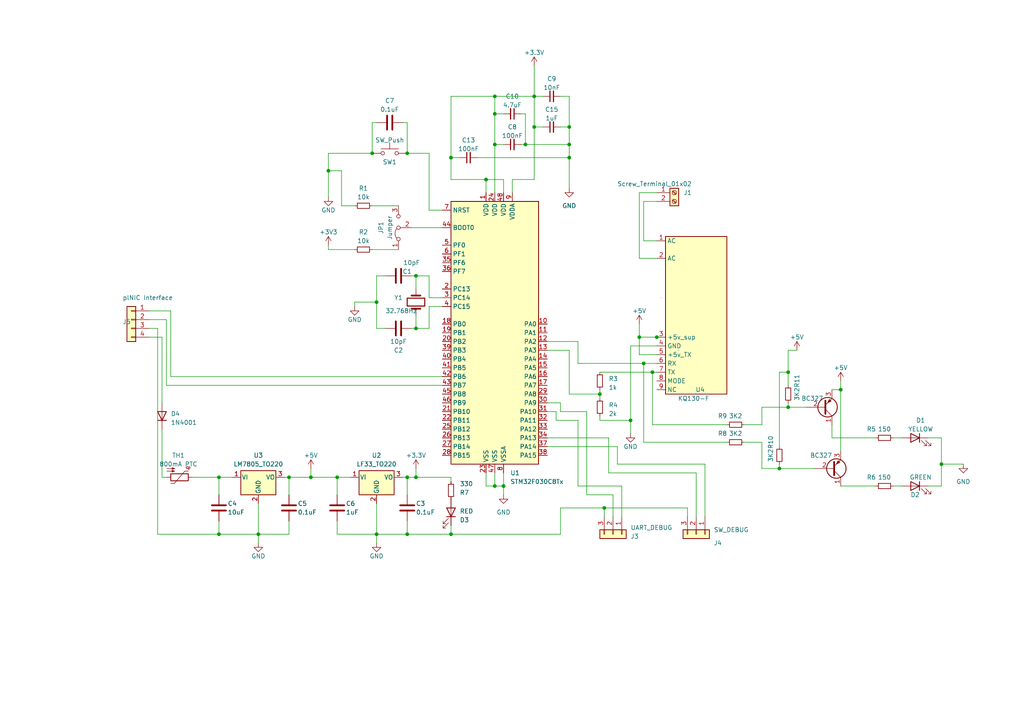
<source format=kicad_sch>
(kicad_sch (version 20220404) (generator eeschema)
  (paper "A4")
  (title_block (title "plNIC Schematic") (date "2022-07-30") (company "Individual Properiarity"))
  (lib_symbols
    (symbol "Connector:Screw_Terminal_01x02" (pin_names (offset 1.016) hide)
      (property "Reference" "J" (at 0 2.54 0))
      (property "Value" "Screw_Terminal_01x02" (at 0 -5.08 0))
      (symbol "Screw_Terminal_01x02_1_1"
        (rectangle (start -1.27 1.27) (end 1.27 -3.81) (stroke (width 0.254)) (fill (type background)))
        (circle (center 0 -2.54) (radius 0.635) (stroke (width 0.1524)))
        (polyline (pts (xy -0.5334 -2.2098) (xy 0.3302 -3.048)) (stroke (width 0.1524)))
        (polyline (pts (xy -0.5334 0.3302) (xy 0.3302 -0.508)) (stroke (width 0.1524)))
        (polyline (pts (xy -0.3556 -2.032) (xy 0.508 -2.8702)) (stroke (width 0.1524)))
        (polyline (pts (xy -0.3556 0.508) (xy 0.508 -0.3302)) (stroke (width 0.1524)))
        (circle (center 0 0) (radius 0.635) (stroke (width 0.1524)))
        (pin passive line (at -5.08 0 0) (length 3.81) (name "Pin_1") (number "1"))
        (pin passive line (at -5.08 -2.54 0) (length 3.81) (name "Pin_2") (number "2"))
      )
    )
    (symbol "Connector_Generic:Conn_01x03" (pin_names (offset 1.016) hide)
      (property "Reference" "J" (at 0 5.08 0))
      (property "Value" "Conn_01x03" (at 0 -5.08 0))
      (symbol "Conn_01x03_1_1"
        (rectangle (start -1.27 -2.413) (end 0 -2.667) (stroke (width 0.1524)))
        (rectangle (start -1.27 0.127) (end 0 -0.127) (stroke (width 0.1524)))
        (rectangle (start -1.27 2.667) (end 0 2.413) (stroke (width 0.1524)))
        (rectangle (start -1.27 3.81) (end 1.27 -3.81) (stroke (width 0.254)) (fill (type background)))
        (pin passive line (at -5.08 2.54 0) (length 3.81) (name "Pin_1") (number "1"))
        (pin passive line (at -5.08 0 0) (length 3.81) (name "Pin_2") (number "2"))
        (pin passive line (at -5.08 -2.54 0) (length 3.81) (name "Pin_3") (number "3"))
      )
    )
    (symbol "Connector_Generic:Conn_01x04" (pin_names (offset 1.016) hide)
      (property "Reference" "J" (at 0 5.08 0))
      (property "Value" "Conn_01x04" (at 0 -7.62 0))
      (symbol "Conn_01x04_1_1"
        (rectangle (start -1.27 -4.953) (end 0 -5.207) (stroke (width 0.1524)))
        (rectangle (start -1.27 -2.413) (end 0 -2.667) (stroke (width 0.1524)))
        (rectangle (start -1.27 0.127) (end 0 -0.127) (stroke (width 0.1524)))
        (rectangle (start -1.27 2.667) (end 0 2.413) (stroke (width 0.1524)))
        (rectangle (start -1.27 3.81) (end 1.27 -6.35) (stroke (width 0.254)) (fill (type background)))
        (pin passive line (at -5.08 2.54 0) (length 3.81) (name "Pin_1") (number "1"))
        (pin passive line (at -5.08 0 0) (length 3.81) (name "Pin_2") (number "2"))
        (pin passive line (at -5.08 -2.54 0) (length 3.81) (name "Pin_3") (number "3"))
        (pin passive line (at -5.08 -5.08 0) (length 3.81) (name "Pin_4") (number "4"))
      )
    )
    (symbol "Device:C" (pin_numbers hide) (pin_names (offset 0.254))
      (property "Reference" "C" (at 0.635 2.54 0))
      (property "Value" "C" (at 0.635 -2.54 0))
      (symbol "C_0_1"
        (polyline (pts (xy -2.032 -0.762) (xy 2.032 -0.762)) (stroke (width 0.508)))
        (polyline (pts (xy -2.032 0.762) (xy 2.032 0.762)) (stroke (width 0.508)))
      )
      (symbol "C_1_1"
        (pin passive line (at 0 3.81 270) (length 2.794) (name "~") (number "1"))
        (pin passive line (at 0 -3.81 90) (length 2.794) (name "~") (number "2"))
      )
    )
    (symbol "Device:C_Small" (pin_numbers hide) (pin_names (offset 0.254) hide)
      (property "Reference" "C" (at 0.254 1.778 0))
      (property "Value" "C_Small" (at 0.254 -2.032 0))
      (symbol "C_Small_0_1"
        (polyline (pts (xy -1.524 -0.508) (xy 1.524 -0.508)) (stroke (width 0.3302)))
        (polyline (pts (xy -1.524 0.508) (xy 1.524 0.508)) (stroke (width 0.3048)))
      )
      (symbol "C_Small_1_1"
        (pin passive line (at 0 2.54 270) (length 2.032) (name "~") (number "1"))
        (pin passive line (at 0 -2.54 90) (length 2.032) (name "~") (number "2"))
      )
    )
    (symbol "Device:Crystal" (pin_numbers hide) (pin_names (offset 1.016) hide)
      (property "Reference" "Y" (at 0 3.81 0))
      (property "Value" "Crystal" (at 0 -3.81 0))
      (symbol "Crystal_0_1"
        (rectangle (start -1.143 2.54) (end 1.143 -2.54) (stroke (width 0.3048)))
        (polyline (pts (xy -2.54 0) (xy -1.905 0)))
        (polyline (pts (xy -1.905 -1.27) (xy -1.905 1.27)) (stroke (width 0.508)))
        (polyline (pts (xy 1.905 -1.27) (xy 1.905 1.27)) (stroke (width 0.508)))
        (polyline (pts (xy 2.54 0) (xy 1.905 0)))
      )
      (symbol "Crystal_1_1"
        (pin passive line (at -3.81 0 0) (length 1.27) (name "1") (number "1"))
        (pin passive line (at 3.81 0 180) (length 1.27) (name "2") (number "2"))
      )
    )
    (symbol "Device:LED" (pin_numbers hide) (pin_names (offset 1.016) hide)
      (property "Reference" "D" (at 0 2.54 0))
      (property "Value" "LED" (at 0 -2.54 0))
      (symbol "LED_0_1"
        (polyline (pts (xy -1.27 -1.27) (xy -1.27 1.27)) (stroke (width 0.254)))
        (polyline (pts (xy -1.27 0) (xy 1.27 0)))
        (polyline (pts (xy 1.27 -1.27) (xy 1.27 1.27) (xy -1.27 0) (xy 1.27 -1.27)) (stroke (width 0.254)))
        (polyline (pts (xy -3.048 -0.762) (xy -4.572 -2.286) (xy -3.81 -2.286) (xy -4.572 -2.286) (xy -4.572 -1.524)))
        (polyline (pts (xy -1.778 -0.762) (xy -3.302 -2.286) (xy -2.54 -2.286) (xy -3.302 -2.286) (xy -3.302 -1.524)))
      )
      (symbol "LED_1_1"
        (pin passive line (at -3.81 0 0) (length 2.54) (name "K") (number "1"))
        (pin passive line (at 3.81 0 180) (length 2.54) (name "A") (number "2"))
      )
    )
    (symbol "Device:R_Small" (pin_numbers hide) (pin_names (offset 0.254) hide)
      (property "Reference" "R" (at 0.762 0.508 0))
      (property "Value" "R_Small" (at 0.762 -1.016 0))
      (symbol "R_Small_0_1"
        (rectangle (start -0.762 1.778) (end 0.762 -1.778) (stroke (width 0.2032)))
      )
      (symbol "R_Small_1_1"
        (pin passive line (at 0 2.54 270) (length 0.762) (name "~") (number "1"))
        (pin passive line (at 0 -2.54 90) (length 0.762) (name "~") (number "2"))
      )
    )
    (symbol "Device:Thermistor_PTC" (pin_numbers hide) (pin_names (offset 0))
      (property "Reference" "TH" (at -4.064 0 90))
      (property "Value" "Thermistor_PTC" (at 3.048 0 90))
      (symbol "Thermistor_PTC_0_1"
        (arc (start -3.048 2.159) (mid -3.0495 2.3143) (end -3.175 2.413))
        (arc (start -3.048 2.159) (mid -2.9736 1.9794) (end -2.794 1.905))
        (arc (start -3.048 2.794) (mid -2.9736 2.6144) (end -2.794 2.54))
        (arc (start -2.794 1.905) (mid -2.6144 1.9794) (end -2.54 2.159))
        (arc (start -2.794 2.54) (mid -2.4393 2.5587) (end -2.159 2.794))
        (arc (start -2.794 3.048) (mid -2.9736 2.9736) (end -3.048 2.794))
        (arc (start -2.54 2.794) (mid -2.6144 2.9736) (end -2.794 3.048))
        (rectangle (start -1.016 2.54) (end 1.016 -2.54) (stroke (width 0.254)))
        (polyline (pts (xy -2.54 2.159) (xy -2.54 2.794)))
        (polyline (pts (xy -1.778 2.54) (xy -1.778 1.524) (xy 1.778 -1.524) (xy 1.778 -2.54)))
        (polyline (pts (xy -2.54 -3.683) (xy -2.54 -1.397) (xy -2.794 -2.159) (xy -2.286 -2.159) (xy -2.54 -1.397) (xy -2.54 -1.651)) (fill (type outline)))
        (polyline (pts (xy -1.778 -3.683) (xy -1.778 -1.397) (xy -2.032 -2.159) (xy -1.524 -2.159) (xy -1.778 -1.397) (xy -1.778 -1.651)) (fill (type outline)))
      )
      (symbol "Thermistor_PTC_1_1"
        (pin passive line (at 0 3.81 270) (length 1.27) (name "~") (number "1"))
        (pin passive line (at 0 -3.81 90) (length 1.27) (name "~") (number "2"))
      )
    )
    (symbol "Diode:1N4001" (pin_numbers hide) (pin_names (offset 1.016) hide)
      (property "Reference" "D" (at 0 2.54 0))
      (property "Value" "1N4001" (at 0 -2.54 0))
      (symbol "1N4001_0_1"
        (polyline (pts (xy -1.27 1.27) (xy -1.27 -1.27)) (stroke (width 0.254)))
        (polyline (pts (xy 1.27 0) (xy -1.27 0)))
        (polyline (pts (xy 1.27 1.27) (xy 1.27 -1.27) (xy -1.27 0) (xy 1.27 1.27)) (stroke (width 0.254)))
      )
      (symbol "1N4001_1_1"
        (pin passive line (at -3.81 0 0) (length 2.54) (name "K") (number "1"))
        (pin passive line (at 3.81 0 180) (length 2.54) (name "A") (number "2"))
      )
    )
    (symbol "Jumper:Jumper_3_Bridged12" (pin_names (offset 0) hide)
      (property "Reference" "JP" (at -2.54 -2.54 0))
      (property "Value" "Jumper_3_Bridged12" (at 0 2.794 0))
      (symbol "Jumper_3_Bridged12_0_0"
        (circle (center -3.302 0) (radius 0.508))
        (circle (center 0 0) (radius 0.508))
        (circle (center 3.302 0) (radius 0.508))
      )
      (symbol "Jumper_3_Bridged12_0_1"
        (arc (start -0.254 0.508) (mid -1.651 0.9912) (end -3.048 0.508))
        (polyline (pts (xy 0 -1.27) (xy 0 -0.508)))
      )
      (symbol "Jumper_3_Bridged12_1_1"
        (pin passive line (at -6.35 0 0) (length 2.54) (name "A") (number "1"))
        (pin passive line (at 0 -3.81 90) (length 2.54) (name "C") (number "2"))
        (pin passive line (at 6.35 0 180) (length 2.54) (name "B") (number "3"))
      )
    )
    (symbol "MCU_ST_STM32F0:STM32F030C8Tx"
      (property "Reference" "U" (at -12.7 39.37 0))
      (property "Value" "STM32F030C8Tx" (at 7.62 39.37 0))
      (symbol "STM32F030C8Tx_0_1"
        (rectangle (start -12.7 -38.1) (end 12.7 38.1) (stroke (width 0.254)) (fill (type background)))
      )
      (symbol "STM32F030C8Tx_1_1"
        (pin power_in line (at -2.54 40.64 270) (length 2.54) (name "VDD") (number "1"))
        (pin bidirectional line (at 15.24 2.54 180) (length 2.54) (name "PA0") (number "10"))
        (pin bidirectional line (at 15.24 0 180) (length 2.54) (name "PA1") (number "11"))
        (pin bidirectional line (at 15.24 -2.54 180) (length 2.54) (name "PA2") (number "12"))
        (pin bidirectional line (at 15.24 -5.08 180) (length 2.54) (name "PA3") (number "13"))
        (pin bidirectional line (at 15.24 -7.62 180) (length 2.54) (name "PA4") (number "14"))
        (pin bidirectional line (at 15.24 -10.16 180) (length 2.54) (name "PA5") (number "15"))
        (pin bidirectional line (at 15.24 -12.7 180) (length 2.54) (name "PA6") (number "16"))
        (pin bidirectional line (at 15.24 -15.24 180) (length 2.54) (name "PA7") (number "17"))
        (pin bidirectional line (at -15.24 2.54 0) (length 2.54) (name "PB0") (number "18"))
        (pin bidirectional line (at -15.24 0 0) (length 2.54) (name "PB1") (number "19"))
        (pin bidirectional line (at -15.24 12.7 0) (length 2.54) (name "PC13") (number "2"))
        (pin bidirectional line (at -15.24 -2.54 0) (length 2.54) (name "PB2") (number "20"))
        (pin bidirectional line (at -15.24 -22.86 0) (length 2.54) (name "PB10") (number "21"))
        (pin bidirectional line (at -15.24 -25.4 0) (length 2.54) (name "PB11") (number "22"))
        (pin power_in line (at -2.54 -40.64 90) (length 2.54) (name "VSS") (number "23"))
        (pin power_in line (at 0 40.64 270) (length 2.54) (name "VDD") (number "24"))
        (pin bidirectional line (at -15.24 -27.94 0) (length 2.54) (name "PB12") (number "25"))
        (pin bidirectional line (at -15.24 -30.48 0) (length 2.54) (name "PB13") (number "26"))
        (pin bidirectional line (at -15.24 -33.02 0) (length 2.54) (name "PB14") (number "27"))
        (pin bidirectional line (at -15.24 -35.56 0) (length 2.54) (name "PB15") (number "28"))
        (pin bidirectional line (at 15.24 -17.78 180) (length 2.54) (name "PA8") (number "29"))
        (pin bidirectional line (at -15.24 10.16 0) (length 2.54) (name "PC14") (number "3"))
        (pin bidirectional line (at 15.24 -20.32 180) (length 2.54) (name "PA9") (number "30"))
        (pin bidirectional line (at 15.24 -22.86 180) (length 2.54) (name "PA10") (number "31"))
        (pin bidirectional line (at 15.24 -25.4 180) (length 2.54) (name "PA11") (number "32"))
        (pin bidirectional line (at 15.24 -27.94 180) (length 2.54) (name "PA12") (number "33"))
        (pin bidirectional line (at 15.24 -30.48 180) (length 2.54) (name "PA13") (number "34"))
        (pin bidirectional line (at -15.24 20.32 0) (length 2.54) (name "PF6") (number "35"))
        (pin bidirectional line (at -15.24 17.78 0) (length 2.54) (name "PF7") (number "36"))
        (pin bidirectional line (at 15.24 -33.02 180) (length 2.54) (name "PA14") (number "37"))
        (pin bidirectional line (at 15.24 -35.56 180) (length 2.54) (name "PA15") (number "38"))
        (pin bidirectional line (at -15.24 -5.08 0) (length 2.54) (name "PB3") (number "39"))
        (pin bidirectional line (at -15.24 7.62 0) (length 2.54) (name "PC15") (number "4"))
        (pin bidirectional line (at -15.24 -7.62 0) (length 2.54) (name "PB4") (number "40"))
        (pin bidirectional line (at -15.24 -10.16 0) (length 2.54) (name "PB5") (number "41"))
        (pin bidirectional line (at -15.24 -12.7 0) (length 2.54) (name "PB6") (number "42"))
        (pin bidirectional line (at -15.24 -15.24 0) (length 2.54) (name "PB7") (number "43"))
        (pin input line (at -15.24 30.48 0) (length 2.54) (name "BOOT0") (number "44"))
        (pin bidirectional line (at -15.24 -17.78 0) (length 2.54) (name "PB8") (number "45"))
        (pin bidirectional line (at -15.24 -20.32 0) (length 2.54) (name "PB9") (number "46"))
        (pin power_in line (at 0 -40.64 90) (length 2.54) (name "VSS") (number "47"))
        (pin power_in line (at 2.54 40.64 270) (length 2.54) (name "VDD") (number "48"))
        (pin input line (at -15.24 25.4 0) (length 2.54) (name "PF0") (number "5"))
        (pin input line (at -15.24 22.86 0) (length 2.54) (name "PF1") (number "6"))
        (pin input line (at -15.24 35.56 0) (length 2.54) (name "NRST") (number "7"))
        (pin power_in line (at 2.54 -40.64 90) (length 2.54) (name "VSSA") (number "8"))
        (pin power_in line (at 5.08 40.64 270) (length 2.54) (name "VDDA") (number "9"))
      )
    )
    (symbol "PLM:KQ130-F"
      (property "Reference" "U" (at 0 -15.24 0))
      (property "Value" "KQ130-F" (at 0 -17.78 0))
      (symbol "KQ130-F_0_1"
        (rectangle (start -22.86 6.35) (end 22.86 -11.43) (stroke (width 0.25)) (fill (type background)))
      )
      (symbol "KQ130-F_1_1"
        (pin passive line (at -21.59 -13.97 90) (length 2.54) (name "AC") (number "1"))
        (pin passive line (at -16.51 -13.97 90) (length 2.54) (name "AC") (number "2"))
        (pin power_in line (at 6.35 -13.97 90) (length 2.54) (name "+5v_sup") (number "3"))
        (pin power_in line (at 8.89 -13.97 90) (length 2.54) (name "GND") (number "4"))
        (pin power_in line (at 11.43 -13.97 90) (length 2.54) (name "+5v_TX") (number "5"))
        (pin input line (at 13.97 -13.97 90) (length 2.54) (name "RX") (number "6"))
        (pin output line (at 16.51 -13.97 90) (length 2.54) (name "TX") (number "7"))
        (pin input line (at 19.05 -13.97 90) (length 2.54) (name "MODE") (number "8"))
        (pin input line (at 21.59 -13.97 90) (length 2.54) (name "NC") (number "9"))
      )
    )
    (symbol "Regulator_Linear:LF33_TO220" (pin_names (offset 0.254))
      (property "Reference" "U" (at -3.81 3.175 0))
      (property "Value" "LF33_TO220" (at 0 3.175 0))
      (symbol "LF33_TO220_0_1"
        (rectangle (start -5.08 1.905) (end 5.08 -5.08) (stroke (width 0.254)) (fill (type background)))
      )
      (symbol "LF33_TO220_1_1"
        (pin power_in line (at -7.62 0 0) (length 2.54) (name "VI") (number "1"))
        (pin power_in line (at 0 -7.62 90) (length 2.54) (name "GND") (number "2"))
        (pin power_out line (at 7.62 0 180) (length 2.54) (name "VO") (number "3"))
      )
    )
    (symbol "Regulator_Linear:LM7805_TO220" (pin_names (offset 0.254))
      (property "Reference" "U" (at -3.81 3.175 0))
      (property "Value" "LM7805_TO220" (at 0 3.175 0))
      (symbol "LM7805_TO220_0_1"
        (rectangle (start -5.08 1.905) (end 5.08 -5.08) (stroke (width 0.254)) (fill (type background)))
      )
      (symbol "LM7805_TO220_1_1"
        (pin power_in line (at -7.62 0 0) (length 2.54) (name "VI") (number "1"))
        (pin power_in line (at 0 -7.62 90) (length 2.54) (name "GND") (number "2"))
        (pin power_out line (at 7.62 0 180) (length 2.54) (name "VO") (number "3"))
      )
    )
    (symbol "Switch:SW_Push" (pin_numbers hide) (pin_names (offset 1.016) hide)
      (property "Reference" "SW" (at 1.27 2.54 0))
      (property "Value" "SW_Push" (at 0 -1.524 0))
      (symbol "SW_Push_0_1"
        (circle (center -2.032 0) (radius 0.508))
        (polyline (pts (xy 0 1.27) (xy 0 3.048)))
        (polyline (pts (xy 2.54 1.27) (xy -2.54 1.27)))
        (circle (center 2.032 0) (radius 0.508))
        (pin passive line (at -5.08 0 0) (length 2.54) (name "1") (number "1"))
        (pin passive line (at 5.08 0 180) (length 2.54) (name "2") (number "2"))
      )
    )
    (symbol "Transistor_BJT:BC327" (pin_names (offset 0) hide)
      (property "Reference" "Q" (at 5.08 1.905 0))
      (property "Value" "BC327" (at 5.08 0 0))
      (symbol "BC327_0_1"
        (polyline (pts (xy 0.635 0.635) (xy 2.54 2.54)))
        (polyline (pts (xy 0.635 -0.635) (xy 2.54 -2.54) (xy 2.54 -2.54)))
        (polyline (pts (xy 0.635 1.905) (xy 0.635 -1.905) (xy 0.635 -1.905)) (stroke (width 0.508)))
        (polyline (pts (xy 2.286 -1.778) (xy 1.778 -2.286) (xy 1.27 -1.27) (xy 2.286 -1.778) (xy 2.286 -1.778)) (fill (type outline)))
        (circle (center 1.27 0) (radius 2.8194) (stroke (width 0.254)))
      )
      (symbol "BC327_1_1"
        (pin passive line (at 2.54 5.08 270) (length 2.54) (name "C") (number "1"))
        (pin input line (at -5.08 0 0) (length 5.715) (name "B") (number "2"))
        (pin passive line (at 2.54 -5.08 90) (length 2.54) (name "E") (number "3"))
      )
    )
    (symbol "power:+3.3V" (power) (pin_names (offset 0))
      (property "Value" "+3.3V" (at 0 3.556 0))
      (symbol "+3.3V_0_1"
        (polyline (pts (xy -0.762 1.27) (xy 0 2.54)))
        (polyline (pts (xy 0 0) (xy 0 2.54)))
        (polyline (pts (xy 0 2.54) (xy 0.762 1.27)))
      )
      (symbol "+3.3V_1_1"
        (pin power_in line (at 0 0 90) (length 0) hide (name "+3.3V") (number "1"))
      )
    )
    (symbol "power:+3V3" (power) (pin_names (offset 0))
      (property "Value" "+3V3" (at 0 3.556 0))
      (symbol "+3V3_0_1"
        (polyline (pts (xy -0.762 1.27) (xy 0 2.54)))
        (polyline (pts (xy 0 0) (xy 0 2.54)))
        (polyline (pts (xy 0 2.54) (xy 0.762 1.27)))
      )
      (symbol "+3V3_1_1"
        (pin power_in line (at 0 0 90) (length 0) hide (name "+3V3") (number "1"))
      )
    )
    (symbol "power:+5V" (power) (pin_names (offset 0))
      (property "Value" "+5V" (at 0 3.556 0))
      (symbol "+5V_0_1"
        (polyline (pts (xy -0.762 1.27) (xy 0 2.54)))
        (polyline (pts (xy 0 0) (xy 0 2.54)))
        (polyline (pts (xy 0 2.54) (xy 0.762 1.27)))
      )
      (symbol "+5V_1_1"
        (pin power_in line (at 0 0 90) (length 0) hide (name "+5V") (number "1"))
      )
    )
    (symbol "power:GND" (power) (pin_names (offset 0))
      (property "Value" "GND" (at 0 -3.81 0))
      (symbol "GND_0_1"
        (polyline (pts (xy 0 0) (xy 0 -1.27) (xy 1.27 -1.27) (xy 0 -2.54) (xy -1.27 -1.27) (xy 0 -1.27)))
      )
      (symbol "GND_1_1"
        (pin power_in line (at 0 0 270) (length 0) hide (name "GND") (number "1"))
      )
    )
  )
  (junction (at 120.65 80.01))
  (junction (at 83.82 138.43))
  (junction (at 165.1 41.91))
  (junction (at 120.65 95.25))
  (junction (at 165.1 36.83))
  (junction (at 243.84 113.03))
  (junction (at 95.25 49.53))
  (junction (at 143.51 33.02))
  (junction (at 63.5 154.94))
  (junction (at 118.11 44.45))
  (junction (at 154.94 27.94))
  (junction (at 118.11 154.94))
  (junction (at 182.88 121.92))
  (junction (at 143.51 41.91))
  (junction (at 175.26 147.32))
  (junction (at 130.81 154.94))
  (junction (at 190.5 97.79))
  (junction (at 154.94 36.83))
  (junction (at 226.06 135.89))
  (junction (at 90.17 138.43))
  (junction (at 74.93 154.94))
  (junction (at 140.97 52.07))
  (junction (at 143.51 27.94))
  (junction (at 146.05 140.97))
  (junction (at 143.51 140.97))
  (junction (at 186.69 105.41))
  (junction (at 118.11 138.43))
  (junction (at 165.1 45.72))
  (junction (at 109.22 87.63))
  (junction (at 109.22 154.94))
  (junction (at 185.42 97.79))
  (junction (at 228.6 107.95))
  (junction (at 107.95 44.45))
  (junction (at 189.23 107.95))
  (junction (at 173.99 114.3))
  (junction (at 97.79 138.43))
  (junction (at 130.81 45.72))
  (junction (at 120.65 138.43))
  (junction (at 273.05 134.62))
  (junction (at 228.6 118.11))
  (junction (at 63.5 138.43))
  (junction (at 152.4 41.91))
  (wire (pts (xy 119.38 66.04) (xy 128.27 66.04)))
  (wire (pts (xy 130.81 138.43) (xy 130.81 139.7)))
  (wire (pts (xy 173.99 114.3) (xy 173.99 115.57)))
  (wire (pts (xy 165.1 45.72) (xy 138.43 45.72)))
  (wire (pts (xy 146.05 140.97) (xy 146.05 143.51)))
  (wire (pts (xy 130.81 52.07) (xy 140.97 52.07)))
  (wire (pts (xy 99.06 49.53) (xy 95.25 49.53)))
  (wire (pts (xy 190.5 74.93) (xy 185.42 74.93)))
  (wire (pts (xy 63.5 154.94) (xy 74.93 154.94)))
  (wire (pts (xy 99.06 59.69) (xy 99.06 49.53)))
  (wire (pts (xy 182.88 121.92) (xy 182.88 125.73)))
  (wire (pts (xy 102.87 87.63) (xy 109.22 87.63)))
  (wire (pts (xy 118.11 154.94) (xy 109.22 154.94)))
  (wire (pts (xy 165.1 45.72) (xy 165.1 54.61)))
  (wire (pts (xy 190.5 100.33) (xy 182.88 100.33)))
  (wire (pts (xy 228.6 101.6) (xy 228.6 107.95)))
  (wire (pts (xy 124.46 60.96) (xy 128.27 60.96)))
  (wire (pts (xy 102.87 72.39) (xy 95.25 72.39)))
  (wire (pts (xy 158.75 129.54) (xy 179.07 129.54)))
  (wire (pts (xy 165.1 27.94) (xy 165.1 36.83)))
  (wire (pts (xy 170.18 119.38) (xy 170.18 143.51)))
  (wire (pts (xy 273.05 140.97) (xy 269.24 140.97)))
  (wire (pts (xy 226.06 135.89) (xy 236.22 135.89)))
  (wire (pts (xy 109.22 146.05) (xy 109.22 154.94)))
  (wire (pts (xy 146.05 33.02) (xy 143.51 33.02)))
  (wire (pts (xy 165.1 101.6) (xy 165.1 114.3)))
  (wire (pts (xy 228.6 118.11) (xy 233.68 118.11)))
  (wire (pts (xy 107.95 35.56) (xy 107.95 44.45)))
  (wire (pts (xy 152.4 41.91) (xy 151.13 41.91)))
  (wire (pts (xy 140.97 52.07) (xy 146.05 52.07)))
  (wire (pts (xy 118.11 138.43) (xy 116.84 138.43)))
  (wire (pts (xy 45.72 95.25) (xy 45.72 154.94)))
  (wire (pts (xy 124.46 88.9) (xy 124.46 95.25)))
  (wire (pts (xy 83.82 138.43) (xy 83.82 143.51)))
  (wire (pts (xy 180.34 140.97) (xy 180.34 149.86)))
  (wire (pts (xy 118.11 154.94) (xy 118.11 151.13)))
  (wire (pts (xy 143.51 27.94) (xy 154.94 27.94)))
  (wire (pts (xy 146.05 41.91) (xy 143.51 41.91)))
  (wire (pts (xy 167.64 140.97) (xy 180.34 140.97)))
  (wire (pts (xy 118.11 44.45) (xy 124.46 44.45)))
  (wire (pts (xy 97.79 138.43) (xy 97.79 143.51)))
  (wire (pts (xy 120.65 138.43) (xy 118.11 138.43)))
  (wire (pts (xy 175.26 147.32) (xy 162.56 147.32)))
  (wire (pts (xy 154.94 19.05) (xy 154.94 27.94)))
  (wire (pts (xy 140.97 52.07) (xy 140.97 55.88)))
  (wire (pts (xy 109.22 35.56) (xy 107.95 35.56)))
  (wire (pts (xy 279.4 134.62) (xy 273.05 134.62)))
  (wire (pts (xy 90.17 135.89) (xy 90.17 138.43)))
  (wire (pts (xy 154.94 52.07) (xy 148.59 52.07)))
  (wire (pts (xy 74.93 154.94) (xy 74.93 157.48)))
  (wire (pts (xy 120.65 135.89) (xy 120.65 138.43)))
  (wire (pts (xy 210.82 123.19) (xy 189.23 123.19)))
  (wire (pts (xy 158.75 101.6) (xy 165.1 101.6)))
  (wire (pts (xy 95.25 44.45) (xy 107.95 44.45)))
  (wire (pts (xy 130.81 27.94) (xy 130.81 45.72)))
  (wire (pts (xy 120.65 80.01) (xy 120.65 83.82)))
  (wire (pts (xy 109.22 95.25) (xy 111.76 95.25)))
  (wire (pts (xy 143.51 41.91) (xy 143.51 55.88)))
  (wire (pts (xy 241.3 123.19) (xy 241.3 127)))
  (wire (pts (xy 152.4 33.02) (xy 152.4 41.91)))
  (wire (pts (xy 124.46 80.01) (xy 124.46 86.36)))
  (wire (pts (xy 228.6 101.6) (xy 231.14 101.6)))
  (wire (pts (xy 152.4 41.91) (xy 165.1 41.91)))
  (wire (pts (xy 167.64 99.06) (xy 167.64 105.41)))
  (wire (pts (xy 143.51 27.94) (xy 130.81 27.94)))
  (wire (pts (xy 83.82 154.94) (xy 74.93 154.94)))
  (wire (pts (xy 146.05 52.07) (xy 146.05 55.88)))
  (wire (pts (xy 140.97 137.16) (xy 140.97 140.97)))
  (wire (pts (xy 186.69 105.41) (xy 190.5 105.41)))
  (wire (pts (xy 119.38 80.01) (xy 120.65 80.01)))
  (wire (pts (xy 102.87 88.9) (xy 102.87 87.63)))
  (wire (pts (xy 170.18 143.51) (xy 177.8 143.51)))
  (wire (pts (xy 124.46 86.36) (xy 128.27 86.36)))
  (wire (pts (xy 162.56 36.83) (xy 165.1 36.83)))
  (wire (pts (xy 133.35 45.72) (xy 130.81 45.72)))
  (wire (pts (xy 107.95 59.69) (xy 115.57 59.69)))
  (wire (pts (xy 146.05 137.16) (xy 146.05 140.97)))
  (wire (pts (xy 215.9 128.27) (xy 220.98 128.27)))
  (wire (pts (xy 157.48 36.83) (xy 154.94 36.83)))
  (wire (pts (xy 130.81 154.94) (xy 118.11 154.94)))
  (wire (pts (xy 63.5 151.13) (xy 63.5 154.94)))
  (wire (pts (xy 273.05 134.62) (xy 273.05 140.97)))
  (wire (pts (xy 46.99 138.43) (xy 48.26 138.43)))
  (wire (pts (xy 182.88 100.33) (xy 182.88 121.92)))
  (wire (pts (xy 191.77 97.79) (xy 190.5 97.79)))
  (wire (pts (xy 83.82 138.43) (xy 90.17 138.43)))
  (wire (pts (xy 130.81 152.4) (xy 130.81 154.94)))
  (wire (pts (xy 185.42 55.88) (xy 190.5 55.88)))
  (wire (pts (xy 124.46 80.01) (xy 120.65 80.01)))
  (wire (pts (xy 173.99 107.95) (xy 189.23 107.95)))
  (wire (pts (xy 177.8 143.51) (xy 177.8 149.86)))
  (wire (pts (xy 220.98 118.11) (xy 228.6 118.11)))
  (wire (pts (xy 109.22 87.63) (xy 109.22 95.25)))
  (wire (pts (xy 95.25 72.39) (xy 95.25 71.12)))
  (wire (pts (xy 154.94 27.94) (xy 154.94 36.83)))
  (wire (pts (xy 220.98 123.19) (xy 215.9 123.19)))
  (wire (pts (xy 243.84 113.03) (xy 243.84 110.49)))
  (wire (pts (xy 49.53 109.22) (xy 128.27 109.22)))
  (wire (pts (xy 109.22 80.01) (xy 109.22 87.63)))
  (wire (pts (xy 46.99 124.46) (xy 46.99 138.43)))
  (wire (pts (xy 173.99 121.92) (xy 182.88 121.92)))
  (wire (pts (xy 185.42 74.93) (xy 185.42 55.88)))
  (wire (pts (xy 273.05 127) (xy 273.05 134.62)))
  (wire (pts (xy 173.99 121.92) (xy 173.99 120.65)))
  (wire (pts (xy 261.62 127) (xy 259.08 127)))
  (wire (pts (xy 254 140.97) (xy 243.84 140.97)))
  (wire (pts (xy 165.1 41.91) (xy 165.1 45.72)))
  (wire (pts (xy 199.39 149.86) (xy 199.39 147.32)))
  (wire (pts (xy 158.75 119.38) (xy 161.29 119.38)))
  (wire (pts (xy 90.17 138.43) (xy 97.79 138.43)))
  (wire (pts (xy 116.84 35.56) (xy 118.11 35.56)))
  (wire (pts (xy 185.42 97.79) (xy 185.42 93.98)))
  (wire (pts (xy 130.81 45.72) (xy 130.81 52.07)))
  (wire (pts (xy 201.93 137.16) (xy 201.93 149.86)))
  (wire (pts (xy 158.75 116.84) (xy 162.56 116.84)))
  (wire (pts (xy 210.82 128.27) (xy 186.69 128.27)))
  (wire (pts (xy 220.98 123.19) (xy 220.98 118.11)))
  (wire (pts (xy 48.26 111.76) (xy 48.26 92.71)))
  (wire (pts (xy 228.6 107.95) (xy 228.6 111.76)))
  (wire (pts (xy 190.5 102.87) (xy 185.42 102.87)))
  (wire (pts (xy 154.94 36.83) (xy 154.94 52.07)))
  (wire (pts (xy 179.07 129.54) (xy 179.07 134.62)))
  (wire (pts (xy 185.42 102.87) (xy 185.42 97.79)))
  (wire (pts (xy 162.56 147.32) (xy 162.56 154.94)))
  (wire (pts (xy 176.53 137.16) (xy 201.93 137.16)))
  (wire (pts (xy 119.38 95.25) (xy 120.65 95.25)))
  (wire (pts (xy 97.79 154.94) (xy 97.79 151.13)))
  (wire (pts (xy 226.06 107.95) (xy 226.06 129.54)))
  (wire (pts (xy 63.5 138.43) (xy 67.31 138.43)))
  (wire (pts (xy 241.3 127) (xy 254 127)))
  (wire (pts (xy 43.18 97.79) (xy 46.99 97.79)))
  (wire (pts (xy 189.23 107.95) (xy 190.5 107.95)))
  (wire (pts (xy 261.62 140.97) (xy 259.08 140.97)))
  (wire (pts (xy 95.25 49.53) (xy 95.25 44.45)))
  (wire (pts (xy 228.6 116.84) (xy 228.6 118.11)))
  (wire (pts (xy 95.25 57.15) (xy 95.25 49.53)))
  (wire (pts (xy 226.06 134.62) (xy 226.06 135.89)))
  (wire (pts (xy 49.53 90.17) (xy 49.53 109.22)))
  (wire (pts (xy 101.6 138.43) (xy 97.79 138.43)))
  (wire (pts (xy 165.1 36.83) (xy 165.1 41.91)))
  (wire (pts (xy 165.1 27.94) (xy 162.56 27.94)))
  (wire (pts (xy 220.98 128.27) (xy 220.98 135.89)))
  (wire (pts (xy 118.11 143.51) (xy 118.11 138.43)))
  (wire (pts (xy 167.64 121.92) (xy 167.64 140.97)))
  (wire (pts (xy 143.51 140.97) (xy 146.05 140.97)))
  (wire (pts (xy 190.5 69.85) (xy 186.69 69.85)))
  (wire (pts (xy 107.95 72.39) (xy 115.57 72.39)))
  (wire (pts (xy 124.46 95.25) (xy 120.65 95.25)))
  (wire (pts (xy 120.65 138.43) (xy 130.81 138.43)))
  (wire (pts (xy 273.05 127) (xy 269.24 127)))
  (wire (pts (xy 97.79 154.94) (xy 109.22 154.94)))
  (wire (pts (xy 179.07 134.62) (xy 204.47 134.62)))
  (wire (pts (xy 190.5 97.79) (xy 185.42 97.79)))
  (wire (pts (xy 243.84 113.03) (xy 243.84 130.81)))
  (wire (pts (xy 43.18 90.17) (xy 49.53 90.17)))
  (wire (pts (xy 45.72 154.94) (xy 63.5 154.94)))
  (wire (pts (xy 189.23 123.19) (xy 189.23 107.95)))
  (wire (pts (xy 118.11 35.56) (xy 118.11 44.45)))
  (wire (pts (xy 83.82 151.13) (xy 83.82 154.94)))
  (wire (pts (xy 204.47 134.62) (xy 204.47 149.86)))
  (wire (pts (xy 162.56 154.94) (xy 130.81 154.94)))
  (wire (pts (xy 157.48 27.94) (xy 154.94 27.94)))
  (wire (pts (xy 241.3 113.03) (xy 243.84 113.03)))
  (wire (pts (xy 46.99 97.79) (xy 46.99 116.84)))
  (wire (pts (xy 63.5 138.43) (xy 63.5 143.51)))
  (wire (pts (xy 151.13 33.02) (xy 152.4 33.02)))
  (wire (pts (xy 48.26 92.71) (xy 43.18 92.71)))
  (wire (pts (xy 48.26 111.76) (xy 128.27 111.76)))
  (wire (pts (xy 220.98 135.89) (xy 226.06 135.89)))
  (wire (pts (xy 45.72 95.25) (xy 43.18 95.25)))
  (wire (pts (xy 143.51 33.02) (xy 143.51 41.91)))
  (wire (pts (xy 161.29 119.38) (xy 161.29 121.92)))
  (wire (pts (xy 186.69 58.42) (xy 190.5 58.42)))
  (wire (pts (xy 186.69 105.41) (xy 186.69 128.27)))
  (wire (pts (xy 175.26 149.86) (xy 175.26 147.32)))
  (wire (pts (xy 148.59 52.07) (xy 148.59 55.88)))
  (wire (pts (xy 102.87 59.69) (xy 99.06 59.69)))
  (wire (pts (xy 143.51 27.94) (xy 143.51 33.02)))
  (wire (pts (xy 158.75 99.06) (xy 167.64 99.06)))
  (wire (pts (xy 82.55 138.43) (xy 83.82 138.43)))
  (wire (pts (xy 186.69 69.85) (xy 186.69 58.42)))
  (wire (pts (xy 111.76 80.01) (xy 109.22 80.01)))
  (wire (pts (xy 124.46 44.45) (xy 124.46 60.96)))
  (wire (pts (xy 226.06 107.95) (xy 228.6 107.95)))
  (wire (pts (xy 165.1 114.3) (xy 173.99 114.3)))
  (wire (pts (xy 158.75 127) (xy 176.53 127)))
  (wire (pts (xy 175.26 147.32) (xy 199.39 147.32)))
  (wire (pts (xy 140.97 140.97) (xy 143.51 140.97)))
  (wire (pts (xy 74.93 146.05) (xy 74.93 154.94)))
  (wire (pts (xy 143.51 137.16) (xy 143.51 140.97)))
  (wire (pts (xy 167.64 105.41) (xy 186.69 105.41)))
  (wire (pts (xy 55.88 138.43) (xy 63.5 138.43)))
  (wire (pts (xy 120.65 95.25) (xy 120.65 91.44)))
  (wire (pts (xy 176.53 127) (xy 176.53 137.16)))
  (wire (pts (xy 109.22 154.94) (xy 109.22 157.48)))
  (wire (pts (xy 162.56 119.38) (xy 170.18 119.38)))
  (wire (pts (xy 173.99 113.03) (xy 173.99 114.3)))
  (wire (pts (xy 161.29 121.92) (xy 167.64 121.92)))
  (wire (pts (xy 162.56 116.84) (xy 162.56 119.38)))
  (wire (pts (xy 128.27 88.9) (xy 124.46 88.9)))
  (rectangle (start 196.85 101.6) (end 196.85 101.6))
  (rectangle (start 191.77 86.36) (end 191.77 86.36))
  (symbol (lib_id "Connector_Generic:Conn_01x03") (at 177.8 154.94 270) (unit 1)
    (default_instance (reference "J") (unit 1) (value "Conn_01x03") (footprint ""))
    (property "Reference" "J3" (at 182.88 155.575 90) (effects (justify left)))
    (property "Value" "UART_DEBUG" (at 182.88 153.035 90) (effects (justify left)))
  )
  (symbol (lib_id "MCU_ST_STM32F0:STM32F030C8Tx") (at 143.51 96.52 0) (unit 1)
    (default_instance (reference "U") (unit 1) (value "STM32F030C8Tx") (footprint "Package_QFP:LQFP-48_7x7mm_P0.5mm"))
    (property "Reference" "U1" (at 148.0059 137.16 0) (effects (justify left)))
    (property "Value" "STM32F030C8Tx" (at 148.0059 139.7 0) (effects (justify left)))
    (property "Footprint" "Package_QFP:LQFP-48_7x7mm_P0.5mm" (effects hide))
    (property "Datasheet" "http://www.st.com/st-web-ui/static/active/en/resource/technical/document/datasheet/DM00088500.pdf" (effects hide))
  )
  (symbol (lib_id "power:+3.3V") (at 154.94 19.05 0) (unit 1)
    (default_instance (reference "#PWR") (unit 1) (value "+3.3V") (footprint ""))
    (property "Reference" "#PWR011" (effects hide))
    (property "Value" "+3.3V" (at 154.94 15.24 0))
  )
  (symbol (lib_id "power:+3.3V") (at 120.65 135.89 0) (unit 1)
    (default_instance (reference "#PWR") (unit 1) (value "+3.3V") (footprint ""))
    (property "Reference" "#PWR07" (effects hide))
    (property "Value" "+3.3V" (at 120.65 132.08 0))
  )
  (symbol (lib_id "power:GND") (at 165.1 54.61 0) (unit 1)
    (default_instance (reference "#PWR") (unit 1) (value "GND") (footprint ""))
    (property "Reference" "#PWR010" (effects hide))
    (property "Value" "GND" (at 165.1 59.69 0))
  )
  (symbol (lib_id "power:+5V") (at 90.17 135.89 0) (unit 1)
    (default_instance (reference "#PWR") (unit 1) (value "+5V") (footprint ""))
    (property "Reference" "#PWR08" (effects hide))
    (property "Value" "+5V" (at 90.17 132.08 0))
  )
  (symbol (lib_id "power:GND") (at 146.05 143.51 0) (unit 1)
    (default_instance (reference "#PWR") (unit 1) (value "GND") (footprint ""))
    (property "Reference" "#PWR09" (effects hide))
    (property "Value" "GND" (at 146.05 148.59 0))
  )
  (symbol (lib_id "Device:C_Small") (at 160.02 36.83 90) (unit 1)
    (default_instance (reference "C") (unit 1) (value "C_Small") (footprint ""))
    (property "Reference" "C15" (at 160.0263 31.75 90))
    (property "Value" "1uF" (at 160.0263 34.29 90))
  )
  (symbol (lib_id "Regulator_Linear:LF33_TO220") (at 109.22 138.43 0) (unit 1)
    (default_instance (reference "U") (unit 1) (value "LF33_TO220") (footprint "Package_TO_SOT_THT:TO-220-3_Vertical"))
    (property "Reference" "U2" (at 109.22 132.08 0))
    (property "Value" "LF33_TO220" (at 109.22 134.62 0))
    (property "Footprint" "Package_TO_SOT_THT:TO-220-3_Vertical" (effects hide))
    (property "Datasheet" "http://www.st.com/content/ccc/resource/technical/document/datasheet/c4/0e/7e/2a/be/bc/4c/bd/CD00000546.pdf/files/CD00000546.pdf/jcr:content/translations/en.CD00000546.pdf" (effects hide))
  )
  (symbol (lib_id "Transistor_BJT:BC327") (at 238.76 118.11 0) (mirror x) (unit 1)
    (default_instance (reference "Q") (unit 1) (value "BC327") (footprint "Package_TO_SOT_THT:TO-92_Inline"))
    (property "Reference" "Q1" (effects hide))
    (property "Value" "BC327" (at 232.41 115.57 0) (effects (justify left)))
    (property "Footprint" "Package_TO_SOT_THT:TO-92_Inline" (effects hide))
    (property "Datasheet" "http://www.onsemi.com/pub_link/Collateral/BC327-D.PDF" (effects hide))
  )
  (symbol (lib_id "power:GND") (at 74.93 157.48 0) (unit 1)
    (default_instance (reference "#PWR") (unit 1) (value "GND") (footprint ""))
    (property "Reference" "#PWR04" (effects hide))
    (property "Value" "GND" (at 74.93 161.29 0))
  )
  (symbol (lib_id "Device:C_Small") (at 135.89 45.72 90) (unit 1)
    (default_instance (reference "C") (unit 1) (value "C_Small") (footprint ""))
    (property "Reference" "C13" (at 135.8963 40.64 90))
    (property "Value" "100nF" (at 135.8963 43.18 90))
  )
  (symbol (lib_id "PLM:KQ130-F") (at 204.47 91.44 270) (unit 1)
    (default_instance (reference "U") (unit 1) (value "KQ130-F") (footprint ""))
    (property "Reference" "U4" (at 204.47 113.03 90) (effects (justify right)))
    (property "Value" "KQ130-F" (at 205.74 115.57 90) (effects (justify right)))
  )
  (symbol (lib_id "Device:C") (at 113.03 35.56 90) (unit 1)
    (default_instance (reference "C") (unit 1) (value "C") (footprint ""))
    (property "Reference" "C7" (at 113.03 29.21 90))
    (property "Value" "0.1uF" (at 113.03 31.75 90))
  )
  (symbol (lib_id "power:+5V") (at 185.42 93.98 0) (mirror y) (unit 1)
    (default_instance (reference "#PWR") (unit 1) (value "+5V") (footprint ""))
    (property "Reference" "#PWR08" (effects hide))
    (property "Value" "+5V" (at 185.42 90.17 0))
  )
  (symbol (lib_id "power:GND") (at 95.25 57.15 0) (unit 1)
    (default_instance (reference "#PWR") (unit 1) (value "GND") (footprint ""))
    (property "Reference" "#PWR05" (effects hide))
    (property "Value" "GND" (at 95.25 60.96 0))
  )
  (symbol (lib_id "Connector_Generic:Conn_01x04") (at 38.1 92.71 0) (mirror y) (unit 1)
    (default_instance (reference "J") (unit 1) (value "Conn_01x04") (footprint ""))
    (property "Reference" "J5" (at 35.56 93.345 0) (effects (justify right)))
    (property "Value" "plNIC Interface" (at 35.56 86.36 0) (effects (justify right)))
  )
  (symbol (lib_id "power:+5V") (at 243.84 110.49 0) (mirror y) (unit 1)
    (default_instance (reference "#PWR") (unit 1) (value "+5V") (footprint ""))
    (property "Reference" "#PWR08" (effects hide))
    (property "Value" "+5V" (at 243.84 106.68 0))
  )
  (symbol (lib_id "Device:R_Small") (at 173.99 110.49 0) (unit 1)
    (default_instance (reference "R") (unit 1) (value "R_Small") (footprint ""))
    (property "Reference" "R3" (at 176.53 109.855 0) (effects (justify left)))
    (property "Value" "1k" (at 176.53 112.395 0) (effects (justify left)))
  )
  (symbol (lib_id "Jumper:Jumper_3_Bridged12") (at 115.57 66.04 90) (unit 1)
    (default_instance (reference "JP") (unit 1) (value "Jumper_3_Bridged12") (footprint ""))
    (property "Reference" "JP1" (at 110.49 66.04 0))
    (property "Value" "Jumper" (at 113.03 66.04 0))
  )
  (symbol (lib_id "Switch:SW_Push") (at 113.03 44.45 0) (unit 1)
    (default_instance (reference "SW") (unit 1) (value "SW_Push") (footprint ""))
    (property "Reference" "SW1" (at 113.03 46.99 0))
    (property "Value" "SW_Push" (at 113.03 40.64 0))
  )
  (symbol (lib_id "Diode:1N4001") (at 46.99 120.65 90) (unit 1)
    (default_instance (reference "D") (unit 1) (value "1N4001") (footprint "Diode_THT:D_DO-41_SOD81_P10.16mm_Horizontal"))
    (property "Reference" "D4" (at 49.53 120.015 90) (effects (justify right)))
    (property "Value" "1N4001" (at 49.53 122.555 90) (effects (justify right)))
    (property "Footprint" "Diode_THT:D_DO-41_SOD81_P10.16mm_Horizontal" (effects hide))
    (property "Datasheet" "http://www.vishay.com/docs/88503/1n4001.pdf" (effects hide))
  )
  (symbol (lib_id "Device:R_Small") (at 213.36 128.27 90) (mirror x) (unit 1)
    (default_instance (reference "R") (unit 1) (value "R_Small") (footprint ""))
    (property "Reference" "R8" (at 209.55 125.73 90))
    (property "Value" "3K2" (at 213.36 125.73 90))
  )
  (symbol (lib_id "Device:C") (at 63.5 147.32 0) (unit 1)
    (default_instance (reference "C") (unit 1) (value "C") (footprint ""))
    (property "Reference" "C4" (at 66.04 146.05 0) (effects (justify left)))
    (property "Value" "10uF" (at 66.04 148.59 0) (effects (justify left)))
  )
  (symbol (lib_id "Connector_Generic:Conn_01x03") (at 201.93 154.94 270) (unit 1)
    (default_instance (reference "J") (unit 1) (value "Conn_01x03") (footprint ""))
    (property "Reference" "J4" (at 207.01 157.48 90) (effects (justify left)))
    (property "Value" "SW_DEBUG" (at 207.01 153.67 90) (effects (justify left)))
  )
  (symbol (lib_id "Device:R_Small") (at 105.41 59.69 270) (unit 1)
    (default_instance (reference "R") (unit 1) (value "R_Small") (footprint ""))
    (property "Reference" "R1" (at 105.41 54.61 90))
    (property "Value" "10k" (at 105.41 57.15 90))
  )
  (symbol (lib_id "Device:R_Small") (at 105.41 72.39 270) (unit 1)
    (default_instance (reference "R") (unit 1) (value "R_Small") (footprint ""))
    (property "Reference" "R2" (at 105.41 67.31 90))
    (property "Value" "10k" (at 105.41 69.85 90))
  )
  (symbol (lib_id "power:GND") (at 182.88 125.73 0) (mirror y) (unit 1)
    (default_instance (reference "#PWR") (unit 1) (value "GND") (footprint ""))
    (property "Reference" "#PWR03" (effects hide))
    (property "Value" "GND" (at 182.88 129.54 0))
  )
  (symbol (lib_id "Connector:Screw_Terminal_01x02") (at 195.58 55.88 0) (unit 1)
    (default_instance (reference "J") (unit 1) (value "Screw_Terminal_01x02") (footprint ""))
    (property "Reference" "J1" (at 200.66 55.88 0) (effects (justify right)))
    (property "Value" "Screw_Terminal_01x02" (at 200.66 53.34 0) (effects (justify right)))
  )
  (symbol (lib_id "Device:C") (at 83.82 147.32 0) (unit 1)
    (default_instance (reference "C") (unit 1) (value "C") (footprint ""))
    (property "Reference" "C5" (at 86.36 146.05 0) (effects (justify left)))
    (property "Value" "0.1uF" (at 86.36 148.59 0) (effects (justify left)))
  )
  (symbol (lib_id "Device:R_Small") (at 213.36 123.19 90) (mirror x) (unit 1)
    (default_instance (reference "R") (unit 1) (value "R_Small") (footprint ""))
    (property "Reference" "R9" (at 209.55 120.65 90))
    (property "Value" "3K2" (at 213.36 120.65 90))
  )
  (symbol (lib_id "Device:R_Small") (at 228.6 114.3 0) (unit 1)
    (default_instance (reference "R") (unit 1) (value "R_Small") (footprint ""))
    (property "Reference" "R11" (at 231.14 110.49 90))
    (property "Value" "3K2" (at 231.14 114.3 90))
  )
  (symbol (lib_id "Device:C") (at 118.11 147.32 0) (unit 1)
    (default_instance (reference "C") (unit 1) (value "C") (footprint ""))
    (property "Reference" "C3" (at 120.65 146.05 0) (effects (justify left)))
    (property "Value" "0.1uF" (at 120.65 148.59 0) (effects (justify left)))
  )
  (symbol (lib_id "power:+3V3") (at 95.25 71.12 0) (unit 1)
    (default_instance (reference "#PWR") (unit 1) (value "+3V3") (footprint ""))
    (property "Reference" "#PWR06" (effects hide))
    (property "Value" "+3V3" (at 95.25 67.31 0))
  )
  (symbol (lib_id "power:GND") (at 279.4 134.62 0) (mirror y) (unit 1)
    (default_instance (reference "#PWR") (unit 1) (value "GND") (footprint ""))
    (property "Reference" "#PWR012" (effects hide))
    (property "Value" "GND" (at 279.4 139.7 0))
  )
  (symbol (lib_id "Device:R_Small") (at 256.54 127 90) (mirror x) (unit 1)
    (default_instance (reference "R") (unit 1) (value "R_Small") (footprint ""))
    (property "Reference" "R5" (at 252.73 124.46 90))
    (property "Value" "150" (at 256.54 124.46 90))
  )
  (symbol (lib_id "Device:LED") (at 265.43 140.97 0) (mirror y) (unit 1)
    (default_instance (reference "D") (unit 1) (value "LED") (footprint ""))
    (property "Reference" "D2" (at 265.43 143.51 0))
    (property "Value" "GREEN" (at 267.0175 138.43 0))
  )
  (symbol (lib_id "Device:C") (at 97.79 147.32 0) (unit 1)
    (default_instance (reference "C") (unit 1) (value "C") (footprint ""))
    (property "Reference" "C6" (at 100.33 146.05 0) (effects (justify left)))
    (property "Value" "1uF" (at 100.33 148.59 0) (effects (justify left)))
  )
  (symbol (lib_id "Device:C") (at 115.57 80.01 270) (unit 1)
    (default_instance (reference "C") (unit 1) (value "C") (footprint ""))
    (property "Reference" "C1" (at 118.11 78.74 90))
    (property "Value" "10pF" (at 119.38 76.2 90))
  )
  (symbol (lib_id "Device:C") (at 115.57 95.25 270) (mirror x) (unit 1)
    (default_instance (reference "C") (unit 1) (value "C") (footprint ""))
    (property "Reference" "C2" (at 115.57 101.6 90))
    (property "Value" "10pF" (at 115.57 99.06 90))
  )
  (symbol (lib_id "Device:C_Small") (at 148.59 41.91 90) (unit 1)
    (default_instance (reference "C") (unit 1) (value "C_Small") (footprint ""))
    (property "Reference" "C8" (at 148.5963 36.83 90))
    (property "Value" "100nF" (at 148.5963 39.37 90))
  )
  (symbol (lib_id "Device:R_Small") (at 130.81 142.24 0) (mirror x) (unit 1)
    (default_instance (reference "R") (unit 1) (value "R_Small") (footprint ""))
    (property "Reference" "R7" (at 133.35 142.875 0) (effects (justify left)))
    (property "Value" "330" (at 133.35 140.335 0) (effects (justify left)))
  )
  (symbol (lib_id "Device:LED") (at 265.43 127 0) (mirror y) (unit 1)
    (default_instance (reference "D") (unit 1) (value "LED") (footprint ""))
    (property "Reference" "D1" (at 267.0175 121.92 0))
    (property "Value" "YELLOW" (at 267.0175 124.46 0))
  )
  (symbol (lib_id "Device:R_Small") (at 173.99 118.11 0) (unit 1)
    (default_instance (reference "R") (unit 1) (value "R_Small") (footprint ""))
    (property "Reference" "R4" (at 176.53 117.475 0) (effects (justify left)))
    (property "Value" "2k" (at 176.53 120.015 0) (effects (justify left)))
  )
  (symbol (lib_id "Device:LED") (at 130.81 148.59 270) (mirror x) (unit 1)
    (default_instance (reference "D") (unit 1) (value "LED") (footprint ""))
    (property "Reference" "D3" (at 133.35 150.8125 90) (effects (justify left)))
    (property "Value" "RED" (at 133.35 148.2725 90) (effects (justify left)))
  )
  (symbol (lib_id "Device:Crystal") (at 120.65 87.63 270) (unit 1)
    (default_instance (reference "Y") (unit 1) (value "Crystal") (footprint ""))
    (property "Reference" "Y1" (at 114.3 86.36 90) (effects (justify left)))
    (property "Value" "32.768Hz" (at 111.76 90.17 90) (effects (justify left)))
  )
  (symbol (lib_id "Device:R_Small") (at 226.06 132.08 0) (unit 1)
    (default_instance (reference "R") (unit 1) (value "R_Small") (footprint ""))
    (property "Reference" "R10" (at 223.52 128.27 90))
    (property "Value" "3K2" (at 223.52 132.08 90))
  )
  (symbol (lib_id "Transistor_BJT:BC327") (at 241.3 135.89 0) (mirror x) (unit 1)
    (default_instance (reference "Q") (unit 1) (value "BC327") (footprint "Package_TO_SOT_THT:TO-92_Inline"))
    (property "Reference" "Q2" (effects hide))
    (property "Value" "BC327" (at 234.95 132.08 0) (effects (justify left)))
    (property "Footprint" "Package_TO_SOT_THT:TO-92_Inline" (effects hide))
    (property "Datasheet" "http://www.onsemi.com/pub_link/Collateral/BC327-D.PDF" (effects hide))
  )
  (symbol (lib_id "Device:C_Small") (at 160.02 27.94 90) (unit 1)
    (default_instance (reference "C") (unit 1) (value "C_Small") (footprint ""))
    (property "Reference" "C9" (at 160.0263 22.86 90))
    (property "Value" "10nF" (at 160.0263 25.4 90))
  )
  (symbol (lib_id "Regulator_Linear:LM7805_TO220") (at 74.93 138.43 0) (unit 1)
    (default_instance (reference "U") (unit 1) (value "LM7805_TO220") (footprint "Package_TO_SOT_THT:TO-220-3_Vertical"))
    (property "Reference" "U3" (at 74.93 132.08 0))
    (property "Value" "LM7805_TO220" (at 74.93 134.62 0))
    (property "Footprint" "Package_TO_SOT_THT:TO-220-3_Vertical" (effects hide))
    (property "Datasheet" "https://www.onsemi.cn/PowerSolutions/document/MC7800-D.PDF" (effects hide))
  )
  (symbol (lib_id "Device:C_Small") (at 148.59 33.02 270) (unit 1)
    (default_instance (reference "C") (unit 1) (value "C_Small") (footprint ""))
    (property "Reference" "C10" (at 148.5836 27.94 90))
    (property "Value" "4.7uF" (at 148.5836 30.48 90))
  )
  (symbol (lib_id "Device:Thermistor_PTC") (at 52.07 138.43 270) (unit 1)
    (default_instance (reference "TH") (unit 1) (value "Thermistor_PTC") (footprint ""))
    (property "Reference" "TH1" (at 51.7525 132.08 90))
    (property "Value" "800mA PTC" (at 51.7525 134.62 90))
  )
  (symbol (lib_id "power:GND") (at 102.87 88.9 0) (unit 1)
    (default_instance (reference "#PWR") (unit 1) (value "GND") (footprint ""))
    (property "Reference" "#PWR02" (effects hide))
    (property "Value" "GND" (at 102.87 92.71 0))
  )
  (symbol (lib_id "power:+5V") (at 231.14 101.6 0) (mirror y) (unit 1)
    (default_instance (reference "#PWR") (unit 1) (value "+5V") (footprint ""))
    (property "Reference" "#PWR08" (effects hide))
    (property "Value" "+5V" (at 231.14 97.79 0))
  )
  (symbol (lib_id "power:GND") (at 109.22 157.48 0) (unit 1)
    (default_instance (reference "#PWR") (unit 1) (value "GND") (footprint ""))
    (property "Reference" "#PWR03" (effects hide))
    (property "Value" "GND" (at 109.22 161.29 0))
  )
  (symbol (lib_id "Device:R_Small") (at 256.54 140.97 90) (mirror x) (unit 1)
    (default_instance (reference "R") (unit 1) (value "R_Small") (footprint ""))
    (property "Reference" "R6" (at 252.73 138.43 90))
    (property "Value" "150" (at 256.54 138.43 90))
  )
)
</source>
